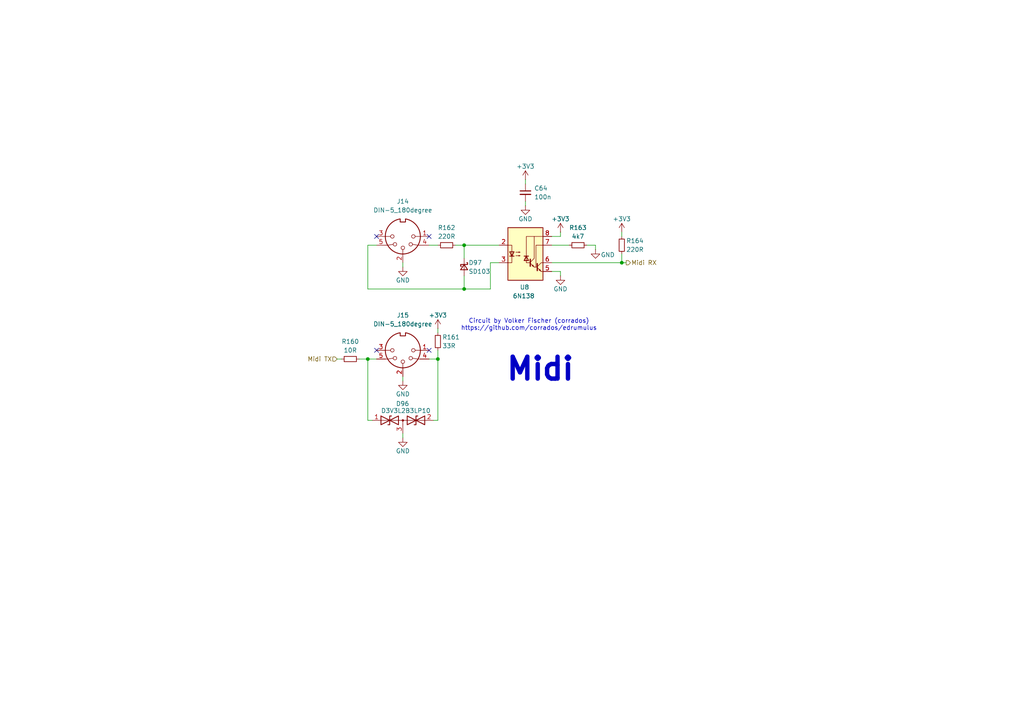
<source format=kicad_sch>
(kicad_sch (version 20231120) (generator "eeschema") (generator_version "8.0")
  (paper "A4")
  (title_block (title "freEDrum") (date "2024-04-20") (rev "A") (company "Till Heuer"))
  (lib_symbols
    (symbol "Connector:DIN-5_180degree" (pin_names (offset 1.016))
      (property "Reference" "J" (at 3.175 5.715 0))
      (property "Value" "DIN-5_180degree" (at 0 -6.35 0))
      (symbol "DIN-5_180degree_0_1"
        (arc (start -5.08 0) (mid -3.8609 -3.3364) (end -0.762 -5.08) (stroke (width 0.254)))
        (circle (center -3.048 0) (radius 0.508))
        (circle (center -2.286 2.286) (radius 0.508))
        (polyline (pts (xy -5.08 0) (xy -3.556 0)))
        (polyline (pts (xy 0 5.08) (xy 0 3.81)))
        (polyline (pts (xy 5.08 0) (xy 3.556 0)))
        (polyline (pts (xy -5.08 2.54) (xy -4.318 2.54) (xy -2.794 2.286)))
        (polyline (pts (xy 5.08 2.54) (xy 4.318 2.54) (xy 2.794 2.286)))
        (polyline (pts (xy -0.762 -4.953) (xy -0.762 -4.191) (xy 0.762 -4.191) (xy 0.762 -4.953)) (stroke (width 0.254)))
        (circle (center 0 3.302) (radius 0.508))
        (arc (start 0.762 -5.08) (mid 3.8685 -3.343) (end 5.08 0) (stroke (width 0.254)))
        (circle (center 2.286 2.286) (radius 0.508))
        (circle (center 3.048 0) (radius 0.508))
        (arc (start 5.08 0) (mid 0 5.0579) (end -5.08 0) (stroke (width 0.254)))
      )
      (symbol "DIN-5_180degree_1_1"
        (pin passive line (at -7.62 0 0) (length 2.54) (name "~") (number "1"))
        (pin passive line (at 0 7.62 270) (length 2.54) (name "~") (number "2"))
        (pin passive line (at 7.62 0 180) (length 2.54) (name "~") (number "3"))
        (pin passive line (at -7.62 2.54 0) (length 2.54) (name "~") (number "4"))
        (pin passive line (at 7.62 2.54 180) (length 2.54) (name "~") (number "5"))
      )
    )
    (symbol "Device:C_Small" (pin_numbers hide) (pin_names (offset 0.254) hide)
      (property "Reference" "C" (at 0.254 1.778 0))
      (property "Value" "C_Small" (at 0.254 -2.032 0))
      (symbol "C_Small_0_1"
        (polyline (pts (xy -1.524 -0.508) (xy 1.524 -0.508)) (stroke (width 0.3302)))
        (polyline (pts (xy -1.524 0.508) (xy 1.524 0.508)) (stroke (width 0.3048)))
      )
      (symbol "C_Small_1_1"
        (pin passive line (at 0 2.54 270) (length 2.032) (name "~") (number "1"))
        (pin passive line (at 0 -2.54 90) (length 2.032) (name "~") (number "2"))
      )
    )
    (symbol "Device:D_Schottky_Small" (pin_numbers hide) (pin_names (offset 0.254) hide)
      (property "Reference" "D" (at -1.27 2.032 0))
      (property "Value" "D_Schottky_Small" (at -7.112 -2.032 0))
      (symbol "D_Schottky_Small_0_1"
        (polyline (pts (xy -0.762 0) (xy 0.762 0)))
        (polyline (pts (xy 0.762 -1.016) (xy -0.762 0) (xy 0.762 1.016) (xy 0.762 -1.016)) (stroke (width 0.254)))
        (polyline (pts (xy -1.27 0.762) (xy -1.27 1.016) (xy -0.762 1.016) (xy -0.762 -1.016) (xy -0.254 -1.016) (xy -0.254 -0.762)) (stroke (width 0.254)))
      )
      (symbol "D_Schottky_Small_1_1"
        (pin passive line (at -2.54 0 0) (length 1.778) (name "K") (number "1"))
        (pin passive line (at 2.54 0 180) (length 1.778) (name "A") (number "2"))
      )
    )
    (symbol "Device:D_TVS_Dual_AAC" (pin_names (offset 1.016) hide)
      (property "Reference" "D" (at 0 4.445 0))
      (property "Value" "D_TVS_Dual_AAC" (at 0 2.54 0))
      (symbol "D_TVS_Dual_AAC_0_0"
        (polyline (pts (xy 0 -1.27) (xy 0 0)))
      )
      (symbol "D_TVS_Dual_AAC_0_1"
        (polyline (pts (xy -6.35 0) (xy 6.35 0)))
        (polyline (pts (xy -3.302 1.27) (xy -3.81 1.27) (xy -3.81 -1.27) (xy -4.318 -1.27)) (stroke (width 0.254)))
        (polyline (pts (xy 4.318 1.27) (xy 3.81 1.27) (xy 3.81 -1.27) (xy 3.302 -1.27)) (stroke (width 0.254)))
        (polyline (pts (xy -6.35 1.27) (xy -1.27 -1.27) (xy -1.27 1.27) (xy -6.35 -1.27) (xy -6.35 1.27)) (stroke (width 0.254)))
        (polyline (pts (xy 6.35 1.27) (xy 1.27 -1.27) (xy 1.27 1.27) (xy 6.35 -1.27) (xy 6.35 1.27)) (stroke (width 0.254)))
        (circle (center 0 0) (radius 0.254) (fill (type outline)))
      )
      (symbol "D_TVS_Dual_AAC_1_1"
        (pin passive line (at -8.89 0 0) (length 2.54) (name "A1") (number "1"))
        (pin passive line (at 8.89 0 180) (length 2.54) (name "A2") (number "2"))
        (pin passive line (at 0 -3.81 90) (length 2.54) (name "common") (number "3"))
      )
    )
    (symbol "Device:R_Small" (pin_numbers hide) (pin_names (offset 0.254) hide)
      (property "Reference" "R" (at 0.762 0.508 0))
      (property "Value" "R_Small" (at 0.762 -1.016 0))
      (symbol "R_Small_0_1"
        (rectangle (start -0.762 1.778) (end 0.762 -1.778) (stroke (width 0.2032)))
      )
      (symbol "R_Small_1_1"
        (pin passive line (at 0 2.54 270) (length 0.762) (name "~") (number "1"))
        (pin passive line (at 0 -2.54 90) (length 0.762) (name "~") (number "2"))
      )
    )
    (symbol "Isolator:6N138" (pin_names (offset 1.016) hide)
      (property "Reference" "U" (at -4.064 8.89 0))
      (property "Value" "6N138" (at 2.286 8.89 0))
      (symbol "6N138_0_1"
        (rectangle (start -5.08 7.62) (end 5.08 -7.62) (stroke (width 0.254)) (fill (type background)))
        (polyline (pts (xy -4.572 -0.635) (xy -3.302 -0.635)) (stroke (width 0.254)))
        (polyline (pts (xy 0.889 -0.635) (xy -0.381 -0.635)) (stroke (width 0.254)))
        (polyline (pts (xy 1.397 -2.667) (xy 2.54 -3.81)))
        (polyline (pts (xy 1.397 -2.413) (xy 2.54 -1.27)))
        (polyline (pts (xy 2.54 -3.81) (xy 3.175 -3.81)))
        (polyline (pts (xy 3.429 -3.937) (xy 4.572 -5.08)))
        (polyline (pts (xy 3.429 -3.683) (xy 4.572 -2.54)))
        (polyline (pts (xy 4.572 -5.08) (xy 5.08 -5.08)))
        (polyline (pts (xy 4.572 -2.54) (xy 5.08 -2.54)))
        (polyline (pts (xy 1.397 -1.524) (xy 1.397 -3.556) (xy 1.397 -3.556)) (stroke (width 0.3556)))
        (polyline (pts (xy 2.54 -1.27) (xy 2.54 5.08) (xy 5.08 5.08)))
        (polyline (pts (xy 3.429 -2.794) (xy 3.429 -4.826) (xy 3.429 -4.826)) (stroke (width 0.3556)))
        (polyline (pts (xy 5.08 2.54) (xy 3.048 2.54) (xy 3.048 -3.81)))
        (polyline (pts (xy -5.08 -2.54) (xy -3.937 -2.54) (xy -3.937 2.54) (xy -5.08 2.54)))
        (polyline (pts (xy -3.937 -0.635) (xy -4.572 0.635) (xy -3.302 0.635) (xy -3.937 -0.635)) (stroke (width 0.254)))
        (polyline (pts (xy 0.254 -0.635) (xy 0.889 -1.905) (xy -0.381 -1.905) (xy 0.254 -0.635)) (stroke (width 0.254)))
        (polyline (pts (xy 1.27 -2.54) (xy 0.254 -2.54) (xy 0.254 5.08) (xy 2.54 5.08)))
        (polyline (pts (xy 2.413 -3.683) (xy 2.159 -3.175) (xy 1.905 -3.429) (xy 2.413 -3.683)))
        (polyline (pts (xy 4.445 -4.953) (xy 4.191 -4.445) (xy 3.937 -4.699) (xy 4.445 -4.953)))
        (polyline (pts (xy -2.794 -0.508) (xy -1.524 -0.508) (xy -1.905 -0.635) (xy -1.905 -0.381) (xy -1.524 -0.508)))
        (polyline (pts (xy -2.794 0.508) (xy -1.524 0.508) (xy -1.905 0.381) (xy -1.905 0.635) (xy -1.524 0.508)))
      )
      (symbol "6N138_1_1"
        (pin no_connect line (at -5.08 5.08 0) (length 2.54) hide (name "NC") (number "1"))
        (pin passive line (at -7.62 2.54 0) (length 2.54) (name "C1") (number "2"))
        (pin passive line (at -7.62 -2.54 0) (length 2.54) (name "C2") (number "3"))
        (pin no_connect line (at -5.08 -5.08 0) (length 2.54) hide (name "NC") (number "4"))
        (pin passive line (at 7.62 -5.08 180) (length 2.54) (name "GND") (number "5"))
        (pin passive line (at 7.62 -2.54 180) (length 2.54) (name "VO2") (number "6"))
        (pin passive line (at 7.62 2.54 180) (length 2.54) (name "VO1") (number "7"))
        (pin passive line (at 7.62 5.08 180) (length 2.54) (name "VCC") (number "8"))
      )
    )
    (symbol "power:+3V3" (power) (pin_numbers hide) (pin_names (offset 0) hide)
      (property "Value" "+3V3" (at 0 3.556 0))
      (symbol "+3V3_0_1"
        (polyline (pts (xy -0.762 1.27) (xy 0 2.54)))
        (polyline (pts (xy 0 0) (xy 0 2.54)))
        (polyline (pts (xy 0 2.54) (xy 0.762 1.27)))
      )
      (symbol "+3V3_1_1"
        (pin power_in line (at 0 0 90) (length 0) (name "~") (number "1"))
      )
    )
    (symbol "power:GND" (power) (pin_numbers hide) (pin_names (offset 0) hide)
      (property "Value" "GND" (at 0 -3.81 0))
      (symbol "GND_0_1"
        (polyline (pts (xy 0 0) (xy 0 -1.27) (xy 1.27 -1.27) (xy 0 -2.54) (xy -1.27 -1.27) (xy 0 -1.27)))
      )
      (symbol "GND_1_1"
        (pin power_in line (at 0 0 270) (length 0) (name "~") (number "1"))
      )
    )
  )
  (junction (at 134.62 83.82))
  (junction (at 127 104.14))
  (junction (at 180.34 76.2))
  (junction (at 106.68 104.14))
  (junction (at 134.62 71.12))
  (no_connect (at 109.22 101.6))
  (no_connect (at 109.22 68.58))
  (no_connect (at 124.46 68.58))
  (no_connect (at 124.46 101.6))
  (wire (pts (xy 106.68 121.92) (xy 106.68 104.14)))
  (wire (pts (xy 127 121.92) (xy 127 104.14)))
  (wire (pts (xy 127 104.14) (xy 127 101.6)))
  (wire (pts (xy 152.4 52.07) (xy 152.4 53.34)))
  (wire (pts (xy 180.34 76.2) (xy 160.02 76.2)))
  (wire (pts (xy 116.84 125.73) (xy 116.84 127)))
  (wire (pts (xy 134.62 83.82) (xy 142.24 83.82)))
  (wire (pts (xy 106.68 83.82) (xy 134.62 83.82)))
  (wire (pts (xy 170.18 71.12) (xy 172.72 71.12)))
  (wire (pts (xy 127 95.25) (xy 127 96.52)))
  (wire (pts (xy 180.34 73.66) (xy 180.34 76.2)))
  (wire (pts (xy 180.34 76.2) (xy 181.61 76.2)))
  (wire (pts (xy 106.68 71.12) (xy 106.68 83.82)))
  (wire (pts (xy 162.56 80.01) (xy 162.56 78.74)))
  (wire (pts (xy 152.4 58.42) (xy 152.4 59.69)))
  (wire (pts (xy 106.68 104.14) (xy 109.22 104.14)))
  (wire (pts (xy 124.46 104.14) (xy 127 104.14)))
  (wire (pts (xy 160.02 68.58) (xy 162.56 68.58)))
  (wire (pts (xy 116.84 109.22) (xy 116.84 110.49)))
  (wire (pts (xy 180.34 67.31) (xy 180.34 68.58)))
  (wire (pts (xy 116.84 76.2) (xy 116.84 77.47)))
  (wire (pts (xy 134.62 80.01) (xy 134.62 83.82)))
  (wire (pts (xy 125.73 121.92) (xy 127 121.92)))
  (wire (pts (xy 124.46 71.12) (xy 127 71.12)))
  (wire (pts (xy 142.24 83.82) (xy 142.24 76.2)))
  (wire (pts (xy 172.72 71.12) (xy 172.72 72.39)))
  (wire (pts (xy 134.62 71.12) (xy 134.62 74.93)))
  (wire (pts (xy 142.24 76.2) (xy 144.78 76.2)))
  (wire (pts (xy 97.79 104.14) (xy 99.06 104.14)))
  (wire (pts (xy 109.22 71.12) (xy 106.68 71.12)))
  (wire (pts (xy 160.02 71.12) (xy 165.1 71.12)))
  (wire (pts (xy 104.14 104.14) (xy 106.68 104.14)))
  (wire (pts (xy 162.56 78.74) (xy 160.02 78.74)))
  (wire (pts (xy 134.62 71.12) (xy 144.78 71.12)))
  (wire (pts (xy 107.95 121.92) (xy 106.68 121.92)))
  (wire (pts (xy 162.56 68.58) (xy 162.56 67.31)))
  (wire (pts (xy 132.08 71.12) (xy 134.62 71.12)))
  (text "Midi" (at 156.718 107.188 0) (effects (font (size 6.35 6.35) (thickness 1.27) (bold yes))))
  (text "Circuit by Volker Fischer (corrados)\nhttps://github.com/corrados/edrumulus" (at 153.416 94.234 0) (effects (font (size 1.27 1.27))))
  (hierarchical_label "Midi TX" (shape input) (at 97.79 104.14 180))
  (hierarchical_label "Midi RX" (shape output) (at 181.61 76.2 0))
  (symbol (lib_id "Connector:DIN-5_180degree") (at 116.84 101.6 180) (unit 1)
    (property "Reference" "J15" (at 116.8399 91.44 0))
    (property "Value" "DIN-5_180degree" (at 116.8399 93.98 0))
    (property "Footprint" "1_ProjectFootprints:DIN-504D-M5" (effects (hide yes)))
    (property "Datasheet" "http://www.mouser.com/ds/2/18/40_c091_abd_e-75918.pdf" (effects (hide yes)))
    (property "Description" "5-pin DIN connector (5-pin DIN-5 stereo)" (effects (hide yes)))
    (property "JLCPCB Part #" "C2939347" (effects (hide yes)))
    (property "Manufacturer" "HOOYA" (effects (hide yes)))
    (property "Manufacturer Part #" "DIN-504D-M5" (effects (hide yes)))
  )
  (symbol (lib_id "power:GND") (at 172.72 72.39 0) (unit 1)
    (property "Reference" "#PWR0316" (effects (hide yes)))
    (property "Value" "GND" (at 176.276 73.914 0))
    (property "Description" "Power symbol creates a global label with name \"GND\" , ground" (effects (hide yes)))
  )
  (symbol (lib_id "Device:C_Small") (at 152.4 55.88 0) (unit 1)
    (property "Reference" "C64" (at 154.94 54.61 0) (effects (justify left)))
    (property "Value" "100n" (at 154.94 57.15 0) (effects (justify left)))
    (property "Footprint" "Capacitor_SMD:C_0402_1005Metric" (effects (hide yes)))
    (property "Description" "Unpolarized capacitor, small symbol" (effects (hide yes)))
    (property "Dielectric" "X7R" (effects (hide yes)))
    (property "JLCPCB Part #" "C307331" (effects (hide yes)))
    (property "Manufacturer" "Samsung Electro-Mechanics" (effects (hide yes)))
    (property "Manufacturer Part #" "CL05B104KB54PNC" (effects (hide yes)))
    (property "Rated Voltage" "50V" (effects (hide yes)))
    (property "Tolerance" "10%" (effects (hide yes)))
  )
  (symbol (lib_id "power:GND") (at 162.56 80.01 0) (unit 1)
    (property "Reference" "#PWR0315" (effects (hide yes)))
    (property "Value" "GND" (at 162.56 83.82 0))
    (property "Description" "Power symbol creates a global label with name \"GND\" , ground" (effects (hide yes)))
  )
  (symbol (lib_id "Device:R_Small") (at 101.6 104.14 90) (unit 1)
    (property "Reference" "R160" (at 101.6 99.06 90))
    (property "Value" "10R" (at 101.6 101.6 90))
    (property "Footprint" "Resistor_SMD:R_0402_1005Metric" (effects (hide yes)))
    (property "Description" "Resistor, small symbol" (effects (hide yes)))
    (property "JLCPCB Part #" "C25077" (effects (hide yes)))
    (property "Manufacturer" "UNI-ROYAL(Uniroyal Elec)" (effects (hide yes)))
    (property "Manufacturer Part #" "0402WGF100JTCE" (effects (hide yes)))
    (property "Tolerance" "1%" (effects (hide yes)))
  )
  (symbol (lib_id "power:GND") (at 116.84 110.49 0) (unit 1)
    (property "Reference" "#PWR0309" (effects (hide yes)))
    (property "Value" "GND" (at 116.84 114.3 0))
    (property "Description" "Power symbol creates a global label with name \"GND\" , ground" (effects (hide yes)))
  )
  (symbol (lib_id "Device:D_TVS_Dual_AAC") (at 116.84 121.92 0) (unit 1)
    (property "Reference" "D96" (at 114.808 117.094 0) (effects (justify left)))
    (property "Value" "D3V3L2B3LP10" (at 110.49 119.126 0) (effects (justify left)))
    (property "Footprint" "1_ProjectFootprints:DFN-3 1010" (effects (hide yes)))
    (property "Description" "Bidirectional dual transient-voltage-suppression diode, center on pin 3" (effects (hide yes)))
    (property "Manufacturer" "Diodes Incorporated " (effects (hide yes)))
    (property "Manufacturer Part #" "D3V3L2B3LP10-7" (effects (hide yes)))
    (property "JLCPCB Part #" "C1974778" (effects (hide yes)))
  )
  (symbol (lib_id "Connector:DIN-5_180degree") (at 116.84 68.58 180) (unit 1)
    (property "Reference" "J14" (at 116.8399 58.42 0))
    (property "Value" "DIN-5_180degree" (at 116.8399 60.96 0))
    (property "Footprint" "1_ProjectFootprints:DIN-504D-M5" (effects (hide yes)))
    (property "Datasheet" "http://www.mouser.com/ds/2/18/40_c091_abd_e-75918.pdf" (effects (hide yes)))
    (property "Description" "5-pin DIN connector (5-pin DIN-5 stereo)" (effects (hide yes)))
    (property "JLCPCB Part #" "C2939347" (effects (hide yes)))
    (property "Manufacturer" "HOOYA" (effects (hide yes)))
    (property "Manufacturer Part #" "DIN-504D-M5" (effects (hide yes)))
  )
  (symbol (lib_id "Device:R_Small") (at 167.64 71.12 90) (unit 1)
    (property "Reference" "R163" (at 167.64 66.04 90))
    (property "Value" "4k7" (at 167.64 68.58 90))
    (property "Footprint" "Resistor_SMD:R_0402_1005Metric" (effects (hide yes)))
    (property "Description" "Resistor, small symbol" (effects (hide yes)))
    (property "JLCPCB Part #" "C25900" (effects (hide yes)))
    (property "Manufacturer" "UNI-ROYAL(Uniroyal Elec)" (effects (hide yes)))
    (property "Manufacturer Part #" "0402WGF4701TCE" (effects (hide yes)))
    (property "Tolerance" "1%" (effects (hide yes)))
  )
  (symbol (lib_id "Device:D_Schottky_Small") (at 134.62 77.47 270) (unit 1)
    (property "Reference" "D97" (at 135.89 76.2 90) (effects (justify left)))
    (property "Value" "SD103" (at 135.89 78.74 90) (effects (justify left)))
    (property "Footprint" "Diode_SMD:D_SOD-323" (effects (hide yes)))
    (property "Description" "Schottky diode, small symbol" (effects (hide yes)))
    (property "JLCPCB Part #" "C7420360" (effects (hide yes)))
    (property "Manufacturer" "hongjiacheng" (effects (hide yes)))
    (property "Manufacturer Part #" "SD103AWS" (effects (hide yes)))
  )
  (symbol (lib_id "power:GND") (at 116.84 77.47 0) (unit 1)
    (property "Reference" "#PWR0308" (effects (hide yes)))
    (property "Value" "GND" (at 116.84 81.28 0))
    (property "Description" "Power symbol creates a global label with name \"GND\" , ground" (effects (hide yes)))
  )
  (symbol (lib_id "Isolator:6N138") (at 152.4 73.66 0) (unit 1)
    (property "Reference" "U8" (at 152.146 83.312 0))
    (property "Value" "6N138" (at 151.892 85.852 0))
    (property "Footprint" "Package_SO:SOP-8_6.605x9.655mm_P2.54mm" (effects (hide yes)))
    (property "Datasheet" "http://www.onsemi.com/pub/Collateral/HCPL2731-D.pdf" (effects (hide yes)))
    (property "Description" "Low Input Current high Gain Split Darlington Optocouplers, -0.5V to 7V VDD, DIP-8" (effects (hide yes)))
    (property "JLCPCB Part #" "C255744" (effects (hide yes)))
    (property "Manufacturer" "Isocom Components" (effects (hide yes)))
    (property "Manufacturer Part #" "6N138SM" (effects (hide yes)))
  )
  (symbol (lib_id "power:GND") (at 116.84 127 0) (mirror y) (unit 1)
    (property "Reference" "#PWR0310" (effects (hide yes)))
    (property "Value" "GND" (at 116.84 130.81 0))
    (property "Description" "Power symbol creates a global label with name \"GND\" , ground" (effects (hide yes)))
  )
  (symbol (lib_id "Device:R_Small") (at 180.34 71.12 180) (unit 1)
    (property "Reference" "R164" (at 181.61 69.85 0) (effects (justify right)))
    (property "Value" "220R" (at 181.61 72.39 0) (effects (justify right)))
    (property "Footprint" "Resistor_SMD:R_0402_1005Metric" (effects (hide yes)))
    (property "Description" "Resistor, small symbol" (effects (hide yes)))
    (property "JLCPCB Part #" "C25091" (effects (hide yes)))
    (property "Manufacturer" "UNI-ROYAL(Uniroyal Elec)" (effects (hide yes)))
    (property "Manufacturer Part #" "0402WGF2200TCE" (effects (hide yes)))
    (property "Tolerance" "1%" (effects (hide yes)))
  )
  (symbol (lib_id "power:GND") (at 152.4 59.69 0) (unit 1)
    (property "Reference" "#PWR0313" (effects (hide yes)))
    (property "Value" "GND" (at 152.4 63.5 0))
    (property "Description" "Power symbol creates a global label with name \"GND\" , ground" (effects (hide yes)))
  )
  (symbol (lib_id "power:+3V3") (at 180.34 67.31 0) (unit 1)
    (property "Reference" "#PWR0317" (effects (hide yes)))
    (property "Value" "+3V3" (at 180.34 63.5 0))
    (property "Description" "Power symbol creates a global label with name \"+3V3\"" (effects (hide yes)))
  )
  (symbol (lib_id "power:+3V3") (at 127 95.25 0) (unit 1)
    (property "Reference" "#PWR0311" (effects (hide yes)))
    (property "Value" "+3V3" (at 127 91.44 0))
    (property "Description" "Power symbol creates a global label with name \"+3V3\"" (effects (hide yes)))
  )
  (symbol (lib_id "power:+3V3") (at 162.56 67.31 0) (unit 1)
    (property "Reference" "#PWR0314" (effects (hide yes)))
    (property "Value" "+3V3" (at 162.56 63.5 0))
    (property "Description" "Power symbol creates a global label with name \"+3V3\"" (effects (hide yes)))
  )
  (symbol (lib_id "Device:R_Small") (at 127 99.06 180) (unit 1)
    (property "Reference" "R161" (at 128.27 97.79 0) (effects (justify right)))
    (property "Value" "33R" (at 128.27 100.33 0) (effects (justify right)))
    (property "Footprint" "Resistor_SMD:R_0402_1005Metric" (effects (hide yes)))
    (property "Description" "Resistor, small symbol" (effects (hide yes)))
    (property "JLCPCB Part #" "C25105" (effects (hide yes)))
    (property "Manufacturer" "UNI-ROYAL(Uniroyal Elec)" (effects (hide yes)))
    (property "Manufacturer Part #" "0402WGF330JTCE" (effects (hide yes)))
    (property "Tolerance" "1%" (effects (hide yes)))
  )
  (symbol (lib_id "Device:R_Small") (at 129.54 71.12 90) (unit 1)
    (property "Reference" "R162" (at 129.54 66.04 90))
    (property "Value" "220R" (at 129.54 68.58 90))
    (property "Footprint" "Resistor_SMD:R_0402_1005Metric" (effects (hide yes)))
    (property "Description" "Resistor, small symbol" (effects (hide yes)))
    (property "JLCPCB Part #" "C25091" (effects (hide yes)))
    (property "Manufacturer" "UNI-ROYAL(Uniroyal Elec)" (effects (hide yes)))
    (property "Manufacturer Part #" "0402WGF2200TCE" (effects (hide yes)))
    (property "Tolerance" "1%" (effects (hide yes)))
  )
  (symbol (lib_id "power:+3V3") (at 152.4 52.07 0) (unit 1)
    (property "Reference" "#PWR0312" (effects (hide yes)))
    (property "Value" "+3V3" (at 152.4 48.26 0))
    (property "Description" "Power symbol creates a global label with name \"+3V3\"" (effects (hide yes)))
  )
)
</source>
